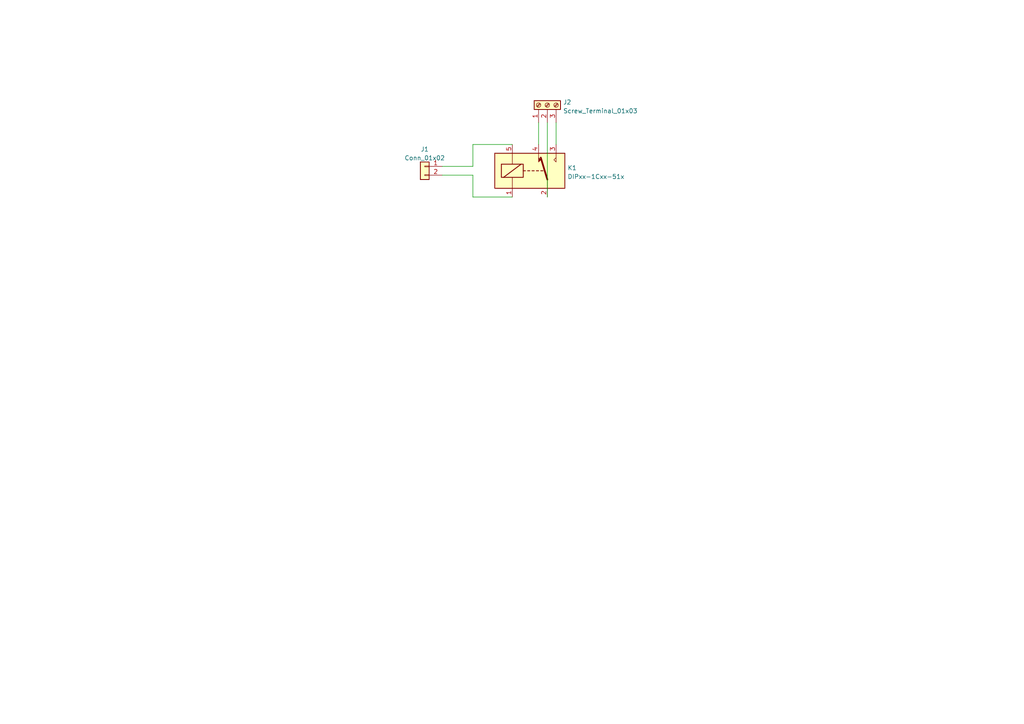
<source format=kicad_sch>
(kicad_sch (version 20211123) (generator eeschema)
  (paper "A4")
  (lib_symbols
    (symbol "Connector:Screw_Terminal_01x03" (pin_names (offset 1.016) hide)
      (property "Reference" "J" (at 0 5.08 0))
      (property "Value" "Screw_Terminal_01x03" (at 0 -5.08 0))
      (symbol "Screw_Terminal_01x03_1_1"
        (rectangle (start -1.27 3.81) (end 1.27 -3.81) (stroke (width 0.254)) (fill (type background)))
        (circle (center 0 -2.54) (radius 0.635) (stroke (width 0.1524)))
        (polyline (pts (xy -0.5334 -2.2098) (xy 0.3302 -3.048)) (stroke (width 0.1524)))
        (polyline (pts (xy -0.5334 0.3302) (xy 0.3302 -0.508)) (stroke (width 0.1524)))
        (polyline (pts (xy -0.5334 2.8702) (xy 0.3302 2.032)) (stroke (width 0.1524)))
        (polyline (pts (xy -0.3556 -2.032) (xy 0.508 -2.8702)) (stroke (width 0.1524)))
        (polyline (pts (xy -0.3556 0.508) (xy 0.508 -0.3302)) (stroke (width 0.1524)))
        (polyline (pts (xy -0.3556 3.048) (xy 0.508 2.2098)) (stroke (width 0.1524)))
        (circle (center 0 0) (radius 0.635) (stroke (width 0.1524)))
        (circle (center 0 2.54) (radius 0.635) (stroke (width 0.1524)))
        (pin passive line (at -5.08 2.54 0) (length 3.81) (name "Pin_1") (number "1"))
        (pin passive line (at -5.08 0 0) (length 3.81) (name "Pin_2") (number "2"))
        (pin passive line (at -5.08 -2.54 0) (length 3.81) (name "Pin_3") (number "3"))
      )
    )
    (symbol "Connector_Generic:Conn_01x02" (pin_names (offset 1.016) hide)
      (property "Reference" "J" (at 0 2.54 0))
      (property "Value" "Conn_01x02" (at 0 -5.08 0))
      (symbol "Conn_01x02_1_1"
        (rectangle (start -1.27 -2.413) (end 0 -2.667) (stroke (width 0.1524)))
        (rectangle (start -1.27 0.127) (end 0 -0.127) (stroke (width 0.1524)))
        (rectangle (start -1.27 1.27) (end 1.27 -3.81) (stroke (width 0.254)) (fill (type background)))
        (pin passive line (at -5.08 0 0) (length 3.81) (name "Pin_1") (number "1"))
        (pin passive line (at -5.08 -2.54 0) (length 3.81) (name "Pin_2") (number "2"))
      )
    )
    (symbol "Relay:G5Q-1"
      (property "Reference" "K" (at 11.43 3.81 0))
      (property "Value" "G5Q-1" (at 11.43 1.27 0))
      (symbol "G5Q-1_0_0"
        (polyline (pts (xy 7.62 5.08) (xy 7.62 2.54) (xy 6.985 3.175) (xy 7.62 3.81)))
      )
      (symbol "G5Q-1_0_1"
        (rectangle (start -10.16 5.08) (end 10.16 -5.08) (stroke (width 0.254)) (fill (type background)))
        (rectangle (start -8.255 1.905) (end -1.905 -1.905) (stroke (width 0.254)))
        (polyline (pts (xy -7.62 -1.905) (xy -2.54 1.905)) (stroke (width 0.254)))
        (polyline (pts (xy -5.08 -5.08) (xy -5.08 -1.905)))
        (polyline (pts (xy -5.08 5.08) (xy -5.08 1.905)))
        (polyline (pts (xy -1.905 0) (xy -1.27 0)) (stroke (width 0.254)))
        (polyline (pts (xy -0.635 0) (xy 0 0)) (stroke (width 0.254)))
        (polyline (pts (xy 0.635 0) (xy 1.27 0)) (stroke (width 0.254)))
        (polyline (pts (xy 1.905 0) (xy 2.54 0)) (stroke (width 0.254)))
        (polyline (pts (xy 3.175 0) (xy 3.81 0)) (stroke (width 0.254)))
        (polyline (pts (xy 5.08 -2.54) (xy 3.175 3.81)) (stroke (width 0.508)))
        (polyline (pts (xy 5.08 -2.54) (xy 5.08 -5.08)))
        (polyline (pts (xy 2.54 5.08) (xy 2.54 2.54) (xy 3.175 3.175) (xy 2.54 3.81)) (fill (type outline)))
      )
      (symbol "G5Q-1_1_1"
        (pin passive line (at -5.08 -7.62 90) (length 2.54) (name "~") (number "1"))
        (pin passive line (at 5.08 -7.62 90) (length 2.54) (name "~") (number "2"))
        (pin passive line (at 7.62 7.62 270) (length 2.54) (name "~") (number "3"))
        (pin passive line (at 2.54 7.62 270) (length 2.54) (name "~") (number "4"))
        (pin passive line (at -5.08 7.62 270) (length 2.54) (name "~") (number "5"))
      )
    )
  )
  (wire (pts (xy 128.27 50.8) (xy 137.16 50.8)))
  (wire (pts (xy 158.75 35.56) (xy 158.75 57.15)))
  (wire (pts (xy 161.29 35.56) (xy 161.29 41.91)))
  (wire (pts (xy 137.16 48.26) (xy 137.16 41.91)))
  (wire (pts (xy 137.16 57.15) (xy 148.59 57.15)))
  (wire (pts (xy 137.16 50.8) (xy 137.16 57.15)))
  (wire (pts (xy 128.27 48.26) (xy 137.16 48.26)))
  (wire (pts (xy 137.16 41.91) (xy 148.59 41.91)))
  (wire (pts (xy 156.21 35.56) (xy 156.21 41.91)))
  (symbol (lib_id "Connector:Screw_Terminal_01x03") (at 158.75 30.48 90) (unit 1)
    (property "Reference" "J2" (at 163.322 29.6453 90) (effects (justify right)))
    (property "Value" "Screw_Terminal_01x03" (at 163.322 32.1822 90) (effects (justify right)))
    (property "Footprint" "Connector_Phoenix_MC:PhoenixContact_MCV_1,5_3-G-3.5_1x03_P3.50mm_Vertical" (effects hide))
  )
  (symbol (lib_id "Relay:G5Q-1") (at 153.67 49.53 0) (unit 1)
    (property "Reference" "K1" (at 164.592 48.6953 0) (effects (justify left)))
    (property "Value" "DIPxx-1Cxx-51x" (at 164.592 51.2322 0) (effects (justify left)))
    (property "Footprint" "Relay_THT:Relay_SPDT_Omron-G5Q-1" (effects hide))
    (property "Datasheet" "G5Q-1-DC24" (effects hide))
  )
  (symbol (lib_id "Connector_Generic:Conn_01x02") (at 123.19 48.26 0) (mirror y) (unit 1)
    (property "Reference" "J1" (at 123.19 43.2902 0))
    (property "Value" "Conn_01x02" (at 123.19 45.8271 0))
    (property "Footprint" "Connector_Molex:Molex_KK-396_A-41791-0002_1x02_P3.96mm_Vertical" (effects hide))
    (property "Datasheet" "09483025" (effects hide))
  )
)
</source>
